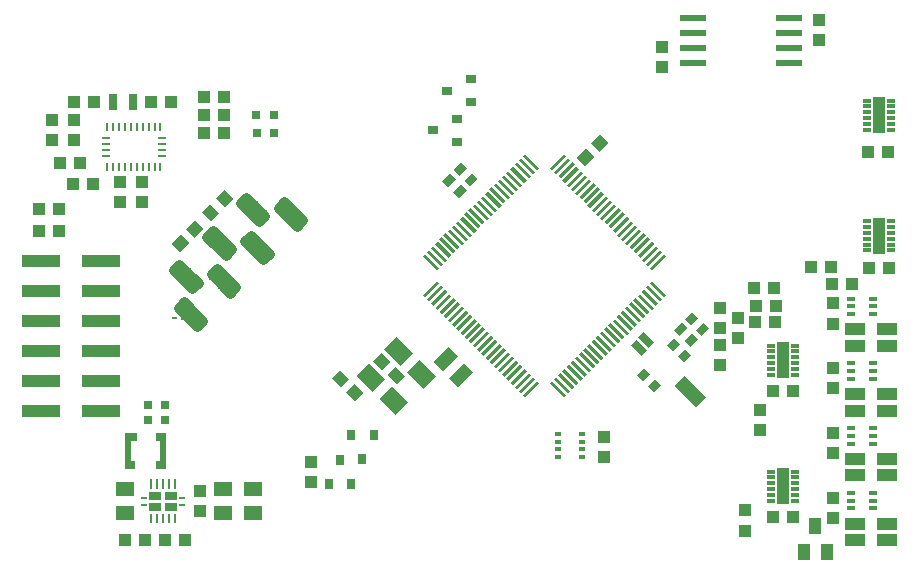
<source format=gtp>
G75*
%MOIN*%
%OFA0B0*%
%FSLAX25Y25*%
%IPPOS*%
%LPD*%
%AMOC8*
5,1,8,0,0,1.08239X$1,22.5*
%
%ADD10R,0.04331X0.03937*%
%ADD11R,0.07677X0.05906*%
%ADD12R,0.03150X0.03150*%
%ADD13R,0.02600X0.01200*%
%ADD14R,0.03900X0.12200*%
%ADD15R,0.02756X0.03543*%
%ADD16R,0.05000X0.02500*%
%ADD17R,0.10000X0.05000*%
%ADD18R,0.03937X0.04331*%
%ADD19R,0.08700X0.02400*%
%ADD20R,0.01969X0.01378*%
%ADD21R,0.01100X0.06600*%
%ADD22R,0.04331X0.07087*%
%ADD23C,0.00030*%
%ADD24R,0.00984X0.02657*%
%ADD25R,0.02657X0.00984*%
%ADD26R,0.02756X0.05512*%
%ADD27R,0.02953X0.01181*%
%ADD28R,0.06800X0.04330*%
%ADD29R,0.03937X0.05512*%
%ADD30C,0.03000*%
%ADD31C,0.00906*%
%ADD32R,0.02264X0.00984*%
%ADD33R,0.04035X0.02559*%
%ADD34R,0.00906X0.02697*%
%ADD35R,0.02165X0.06693*%
%ADD36R,0.03937X0.02756*%
%ADD37R,0.03740X0.02756*%
%ADD38R,0.06299X0.05118*%
%ADD39R,0.13000X0.04000*%
%ADD40R,0.03100X0.03500*%
%ADD41R,0.03500X0.03100*%
D10*
X0110331Y0040169D03*
X0110331Y0046861D03*
G36*
X0124942Y0067043D02*
X0121881Y0070104D01*
X0124664Y0072887D01*
X0127725Y0069826D01*
X0124942Y0067043D01*
G37*
G36*
X0120210Y0071776D02*
X0117149Y0074837D01*
X0119932Y0077620D01*
X0122993Y0074559D01*
X0120210Y0071776D01*
G37*
G36*
X0134010Y0077376D02*
X0130949Y0080437D01*
X0133732Y0083220D01*
X0136793Y0080159D01*
X0134010Y0077376D01*
G37*
G36*
X0138742Y0072643D02*
X0135681Y0075704D01*
X0138464Y0078487D01*
X0141525Y0075426D01*
X0138742Y0072643D01*
G37*
G36*
X0074220Y0124620D02*
X0071159Y0121559D01*
X0068376Y0124342D01*
X0071437Y0127403D01*
X0074220Y0124620D01*
G37*
G36*
X0069487Y0119888D02*
X0066426Y0116827D01*
X0063643Y0119610D01*
X0066704Y0122671D01*
X0069487Y0119888D01*
G37*
X0053731Y0133569D03*
X0053731Y0140261D03*
X0033092Y0146352D03*
X0026399Y0146352D03*
X0031185Y0166915D03*
X0037878Y0166915D03*
X0056985Y0166915D03*
X0063678Y0166915D03*
G36*
X0198738Y0148289D02*
X0201799Y0151350D01*
X0204582Y0148567D01*
X0201521Y0145506D01*
X0198738Y0148289D01*
G37*
G36*
X0203470Y0153022D02*
X0206531Y0156083D01*
X0209314Y0153300D01*
X0206253Y0150239D01*
X0203470Y0153022D01*
G37*
X0257985Y0104715D03*
X0264678Y0104715D03*
X0276985Y0111915D03*
X0283678Y0111915D03*
X0296291Y0111531D03*
X0302983Y0111531D03*
X0264878Y0093315D03*
X0258185Y0093315D03*
X0252531Y0094861D03*
X0252531Y0088169D03*
X0246531Y0085861D03*
X0246531Y0079169D03*
X0264185Y0070315D03*
X0270878Y0070315D03*
X0270878Y0028515D03*
X0264185Y0028515D03*
X0295769Y0150220D03*
X0302461Y0150220D03*
X0279601Y0187498D03*
X0279601Y0194191D03*
D11*
G36*
X0140034Y0078958D02*
X0134608Y0084384D01*
X0138784Y0088560D01*
X0144210Y0083134D01*
X0140034Y0078958D01*
G37*
G36*
X0147690Y0071303D02*
X0142264Y0076729D01*
X0146440Y0080905D01*
X0151866Y0075479D01*
X0147690Y0071303D01*
G37*
G36*
X0138384Y0062486D02*
X0132958Y0067912D01*
X0137134Y0072088D01*
X0142560Y0066662D01*
X0138384Y0062486D01*
G37*
G36*
X0130729Y0070142D02*
X0125303Y0075568D01*
X0129479Y0079744D01*
X0134905Y0074318D01*
X0130729Y0070142D01*
G37*
D12*
X0061684Y0065715D03*
X0061684Y0060915D03*
X0055779Y0060915D03*
X0055779Y0065715D03*
X0092084Y0156631D03*
X0091984Y0162331D03*
X0097890Y0162331D03*
X0097990Y0156631D03*
D13*
X0263531Y0085615D03*
X0263531Y0083715D03*
X0263531Y0081715D03*
X0263531Y0079715D03*
X0263531Y0077715D03*
X0263531Y0075815D03*
X0271531Y0075815D03*
X0271531Y0077715D03*
X0271531Y0079715D03*
X0271531Y0081715D03*
X0271531Y0083715D03*
X0271531Y0085615D03*
X0295615Y0117320D03*
X0295615Y0119220D03*
X0295615Y0121220D03*
X0295615Y0123220D03*
X0295615Y0125220D03*
X0295615Y0127120D03*
X0303615Y0127120D03*
X0303615Y0125220D03*
X0303615Y0123220D03*
X0303615Y0121220D03*
X0303615Y0119220D03*
X0303615Y0117320D03*
X0303615Y0157420D03*
X0303615Y0159320D03*
X0303615Y0161320D03*
X0303615Y0163320D03*
X0303615Y0165320D03*
X0303615Y0167220D03*
X0295615Y0167220D03*
X0295615Y0165320D03*
X0295615Y0163320D03*
X0295615Y0161320D03*
X0295615Y0159320D03*
X0295615Y0157420D03*
X0271531Y0043615D03*
X0271531Y0041715D03*
X0271531Y0039715D03*
X0271531Y0037715D03*
X0271531Y0035715D03*
X0271531Y0033815D03*
X0263531Y0033815D03*
X0263531Y0035715D03*
X0263531Y0037715D03*
X0263531Y0039715D03*
X0263531Y0041715D03*
X0263531Y0043615D03*
D14*
X0267531Y0038715D03*
X0267531Y0080715D03*
X0299615Y0122220D03*
X0299615Y0162320D03*
D15*
G36*
X0236782Y0092447D02*
X0234833Y0094396D01*
X0237336Y0096899D01*
X0239285Y0094950D01*
X0236782Y0092447D01*
G37*
G36*
X0233150Y0088915D02*
X0231201Y0090864D01*
X0233704Y0093367D01*
X0235653Y0091418D01*
X0233150Y0088915D01*
G37*
G36*
X0231304Y0088167D02*
X0233253Y0086218D01*
X0230750Y0083715D01*
X0228801Y0085664D01*
X0231304Y0088167D01*
G37*
G36*
X0236770Y0085296D02*
X0234821Y0087245D01*
X0237324Y0089748D01*
X0239273Y0087799D01*
X0236770Y0085296D01*
G37*
G36*
X0234924Y0084548D02*
X0236873Y0082599D01*
X0234370Y0080096D01*
X0232421Y0082045D01*
X0234924Y0084548D01*
G37*
G36*
X0240401Y0088827D02*
X0238452Y0090776D01*
X0240955Y0093279D01*
X0242904Y0091330D01*
X0240401Y0088827D01*
G37*
G36*
X0221304Y0078167D02*
X0223253Y0076218D01*
X0220750Y0073715D01*
X0218801Y0075664D01*
X0221304Y0078167D01*
G37*
G36*
X0224924Y0074548D02*
X0226873Y0072599D01*
X0224370Y0070096D01*
X0222421Y0072045D01*
X0224924Y0074548D01*
G37*
G36*
X0160124Y0139348D02*
X0162073Y0137399D01*
X0159570Y0134896D01*
X0157621Y0136845D01*
X0160124Y0139348D01*
G37*
G36*
X0163874Y0143098D02*
X0165823Y0141149D01*
X0163320Y0138646D01*
X0161371Y0140595D01*
X0163874Y0143098D01*
G37*
G36*
X0160254Y0146717D02*
X0162203Y0144768D01*
X0159700Y0142265D01*
X0157751Y0144214D01*
X0160254Y0146717D01*
G37*
G36*
X0156504Y0142967D02*
X0158453Y0141018D01*
X0155950Y0138515D01*
X0154001Y0140464D01*
X0156504Y0142967D01*
G37*
D16*
G36*
X0222896Y0084922D02*
X0219362Y0088456D01*
X0221130Y0090224D01*
X0224664Y0086690D01*
X0222896Y0084922D01*
G37*
G36*
X0220279Y0082305D02*
X0216745Y0085839D01*
X0218513Y0087607D01*
X0222047Y0084073D01*
X0220279Y0082305D01*
G37*
D17*
G36*
X0234889Y0075615D02*
X0241959Y0068545D01*
X0238423Y0065009D01*
X0231353Y0072079D01*
X0234889Y0075615D01*
G37*
D18*
X0048185Y0020715D03*
X0054878Y0020715D03*
X0061385Y0020715D03*
X0068078Y0020715D03*
X0073331Y0030369D03*
X0073331Y0037061D03*
X0026078Y0123915D03*
X0019385Y0123915D03*
X0019385Y0131115D03*
X0026078Y0131115D03*
X0030799Y0139352D03*
X0037492Y0139352D03*
X0046531Y0140261D03*
X0046531Y0133569D03*
X0031131Y0154169D03*
X0023931Y0154169D03*
X0023931Y0160861D03*
X0031131Y0160861D03*
X0074585Y0162315D03*
X0074585Y0156315D03*
X0081278Y0156315D03*
X0081278Y0162315D03*
X0081278Y0168315D03*
X0074585Y0168315D03*
G36*
X0078576Y0134820D02*
X0081359Y0137603D01*
X0084420Y0134542D01*
X0081637Y0131759D01*
X0078576Y0134820D01*
G37*
G36*
X0073843Y0130088D02*
X0076626Y0132871D01*
X0079687Y0129810D01*
X0076904Y0127027D01*
X0073843Y0130088D01*
G37*
X0207787Y0055278D03*
X0207787Y0048585D03*
X0254931Y0030661D03*
X0254931Y0023969D03*
X0284331Y0028169D03*
X0284331Y0034861D03*
X0284331Y0049769D03*
X0284331Y0056461D03*
X0284331Y0071369D03*
X0284331Y0078061D03*
X0284331Y0092969D03*
X0284331Y0099661D03*
X0283785Y0106115D03*
X0290478Y0106115D03*
X0265078Y0098715D03*
X0258385Y0098715D03*
X0246531Y0098061D03*
X0246531Y0091369D03*
X0259731Y0064261D03*
X0259731Y0057569D03*
X0227131Y0178417D03*
X0227131Y0185109D03*
D19*
X0237548Y0184750D03*
X0237548Y0179750D03*
X0237548Y0189750D03*
X0237548Y0194750D03*
X0269398Y0194750D03*
X0269398Y0189750D03*
X0269398Y0184750D03*
X0269398Y0179750D03*
D20*
X0200522Y0056170D03*
X0200522Y0053611D03*
X0200522Y0051052D03*
X0200522Y0048493D03*
X0192452Y0048493D03*
X0192452Y0051052D03*
X0192452Y0053611D03*
X0192452Y0056170D03*
D21*
G36*
X0189840Y0072975D02*
X0190618Y0073753D01*
X0195284Y0069087D01*
X0194506Y0068309D01*
X0189840Y0072975D01*
G37*
G36*
X0191184Y0074318D02*
X0191962Y0075096D01*
X0196628Y0070430D01*
X0195850Y0069652D01*
X0191184Y0074318D01*
G37*
G36*
X0192598Y0075732D02*
X0193376Y0076510D01*
X0198042Y0071844D01*
X0197264Y0071066D01*
X0192598Y0075732D01*
G37*
G36*
X0194012Y0077146D02*
X0194790Y0077924D01*
X0199456Y0073258D01*
X0198678Y0072480D01*
X0194012Y0077146D01*
G37*
G36*
X0195427Y0078561D02*
X0196205Y0079339D01*
X0200871Y0074673D01*
X0200093Y0073895D01*
X0195427Y0078561D01*
G37*
G36*
X0196770Y0079904D02*
X0197548Y0080682D01*
X0202214Y0076016D01*
X0201436Y0075238D01*
X0196770Y0079904D01*
G37*
G36*
X0198184Y0081318D02*
X0198962Y0082096D01*
X0203628Y0077430D01*
X0202850Y0076652D01*
X0198184Y0081318D01*
G37*
G36*
X0199599Y0082733D02*
X0200377Y0083511D01*
X0205043Y0078845D01*
X0204265Y0078067D01*
X0199599Y0082733D01*
G37*
G36*
X0200942Y0084076D02*
X0201720Y0084854D01*
X0206386Y0080188D01*
X0205608Y0079410D01*
X0200942Y0084076D01*
G37*
G36*
X0202356Y0085490D02*
X0203134Y0086268D01*
X0207800Y0081602D01*
X0207022Y0080824D01*
X0202356Y0085490D01*
G37*
G36*
X0203770Y0086905D02*
X0204548Y0087683D01*
X0209214Y0083017D01*
X0208436Y0082239D01*
X0203770Y0086905D01*
G37*
G36*
X0205114Y0088248D02*
X0205892Y0089026D01*
X0210558Y0084360D01*
X0209780Y0083582D01*
X0205114Y0088248D01*
G37*
G36*
X0206528Y0089662D02*
X0207306Y0090440D01*
X0211972Y0085774D01*
X0211194Y0084996D01*
X0206528Y0089662D01*
G37*
G36*
X0207942Y0091077D02*
X0208720Y0091855D01*
X0213386Y0087189D01*
X0212608Y0086411D01*
X0207942Y0091077D01*
G37*
G36*
X0209286Y0092420D02*
X0210064Y0093198D01*
X0214730Y0088532D01*
X0213952Y0087754D01*
X0209286Y0092420D01*
G37*
G36*
X0210700Y0093834D02*
X0211478Y0094612D01*
X0216144Y0089946D01*
X0215366Y0089168D01*
X0210700Y0093834D01*
G37*
G36*
X0212114Y0095248D02*
X0212892Y0096026D01*
X0217558Y0091360D01*
X0216780Y0090582D01*
X0212114Y0095248D01*
G37*
G36*
X0213458Y0096592D02*
X0214236Y0097370D01*
X0218902Y0092704D01*
X0218124Y0091926D01*
X0213458Y0096592D01*
G37*
G36*
X0214872Y0098006D02*
X0215650Y0098784D01*
X0220316Y0094118D01*
X0219538Y0093340D01*
X0214872Y0098006D01*
G37*
G36*
X0216286Y0099420D02*
X0217064Y0100198D01*
X0221730Y0095532D01*
X0220952Y0094754D01*
X0216286Y0099420D01*
G37*
G36*
X0217630Y0100764D02*
X0218408Y0101542D01*
X0223074Y0096876D01*
X0222296Y0096098D01*
X0217630Y0100764D01*
G37*
G36*
X0219044Y0102178D02*
X0219822Y0102956D01*
X0224488Y0098290D01*
X0223710Y0097512D01*
X0219044Y0102178D01*
G37*
G36*
X0220458Y0103592D02*
X0221236Y0104370D01*
X0225902Y0099704D01*
X0225124Y0098926D01*
X0220458Y0103592D01*
G37*
G36*
X0221872Y0105006D02*
X0222650Y0105784D01*
X0227316Y0101118D01*
X0226538Y0100340D01*
X0221872Y0105006D01*
G37*
G36*
X0223216Y0106350D02*
X0223994Y0107128D01*
X0228660Y0102462D01*
X0227882Y0101684D01*
X0223216Y0106350D01*
G37*
G36*
X0223994Y0110735D02*
X0223216Y0111513D01*
X0227882Y0116179D01*
X0228660Y0115401D01*
X0223994Y0110735D01*
G37*
G36*
X0222650Y0112078D02*
X0221872Y0112856D01*
X0226538Y0117522D01*
X0227316Y0116744D01*
X0222650Y0112078D01*
G37*
G36*
X0221236Y0113493D02*
X0220458Y0114271D01*
X0225124Y0118937D01*
X0225902Y0118159D01*
X0221236Y0113493D01*
G37*
G36*
X0219822Y0114907D02*
X0219044Y0115685D01*
X0223710Y0120351D01*
X0224488Y0119573D01*
X0219822Y0114907D01*
G37*
G36*
X0218408Y0116321D02*
X0217630Y0117099D01*
X0222296Y0121765D01*
X0223074Y0120987D01*
X0218408Y0116321D01*
G37*
G36*
X0217064Y0117665D02*
X0216286Y0118443D01*
X0220952Y0123109D01*
X0221730Y0122331D01*
X0217064Y0117665D01*
G37*
G36*
X0215650Y0119079D02*
X0214872Y0119857D01*
X0219538Y0124523D01*
X0220316Y0123745D01*
X0215650Y0119079D01*
G37*
G36*
X0214236Y0120493D02*
X0213458Y0121271D01*
X0218124Y0125937D01*
X0218902Y0125159D01*
X0214236Y0120493D01*
G37*
G36*
X0212892Y0121837D02*
X0212114Y0122615D01*
X0216780Y0127281D01*
X0217558Y0126503D01*
X0212892Y0121837D01*
G37*
G36*
X0211478Y0123251D02*
X0210700Y0124029D01*
X0215366Y0128695D01*
X0216144Y0127917D01*
X0211478Y0123251D01*
G37*
G36*
X0210064Y0124665D02*
X0209286Y0125443D01*
X0213952Y0130109D01*
X0214730Y0129331D01*
X0210064Y0124665D01*
G37*
G36*
X0208720Y0126008D02*
X0207942Y0126786D01*
X0212608Y0131452D01*
X0213386Y0130674D01*
X0208720Y0126008D01*
G37*
G36*
X0207306Y0127423D02*
X0206528Y0128201D01*
X0211194Y0132867D01*
X0211972Y0132089D01*
X0207306Y0127423D01*
G37*
G36*
X0205892Y0128837D02*
X0205114Y0129615D01*
X0209780Y0134281D01*
X0210558Y0133503D01*
X0205892Y0128837D01*
G37*
G36*
X0204548Y0130180D02*
X0203770Y0130958D01*
X0208436Y0135624D01*
X0209214Y0134846D01*
X0204548Y0130180D01*
G37*
G36*
X0203134Y0131595D02*
X0202356Y0132373D01*
X0207022Y0137039D01*
X0207800Y0136261D01*
X0203134Y0131595D01*
G37*
G36*
X0201720Y0133009D02*
X0200942Y0133787D01*
X0205608Y0138453D01*
X0206386Y0137675D01*
X0201720Y0133009D01*
G37*
G36*
X0200377Y0134352D02*
X0199599Y0135130D01*
X0204265Y0139796D01*
X0205043Y0139018D01*
X0200377Y0134352D01*
G37*
G36*
X0198962Y0135767D02*
X0198184Y0136545D01*
X0202850Y0141211D01*
X0203628Y0140433D01*
X0198962Y0135767D01*
G37*
G36*
X0197548Y0137181D02*
X0196770Y0137959D01*
X0201436Y0142625D01*
X0202214Y0141847D01*
X0197548Y0137181D01*
G37*
G36*
X0196205Y0138524D02*
X0195427Y0139302D01*
X0200093Y0143968D01*
X0200871Y0143190D01*
X0196205Y0138524D01*
G37*
G36*
X0194790Y0139938D02*
X0194012Y0140716D01*
X0198678Y0145382D01*
X0199456Y0144604D01*
X0194790Y0139938D01*
G37*
G36*
X0193376Y0141353D02*
X0192598Y0142131D01*
X0197264Y0146797D01*
X0198042Y0146019D01*
X0193376Y0141353D01*
G37*
G36*
X0191962Y0142767D02*
X0191184Y0143545D01*
X0195850Y0148211D01*
X0196628Y0147433D01*
X0191962Y0142767D01*
G37*
G36*
X0190618Y0144110D02*
X0189840Y0144888D01*
X0194506Y0149554D01*
X0195284Y0148776D01*
X0190618Y0144110D01*
G37*
G36*
X0180790Y0148776D02*
X0181568Y0149554D01*
X0186234Y0144888D01*
X0185456Y0144110D01*
X0180790Y0148776D01*
G37*
G36*
X0179446Y0147433D02*
X0180224Y0148211D01*
X0184890Y0143545D01*
X0184112Y0142767D01*
X0179446Y0147433D01*
G37*
G36*
X0178032Y0146019D02*
X0178810Y0146797D01*
X0183476Y0142131D01*
X0182698Y0141353D01*
X0178032Y0146019D01*
G37*
G36*
X0176618Y0144604D02*
X0177396Y0145382D01*
X0182062Y0140716D01*
X0181284Y0139938D01*
X0176618Y0144604D01*
G37*
G36*
X0175203Y0143190D02*
X0175981Y0143968D01*
X0180647Y0139302D01*
X0179869Y0138524D01*
X0175203Y0143190D01*
G37*
G36*
X0173860Y0141847D02*
X0174638Y0142625D01*
X0179304Y0137959D01*
X0178526Y0137181D01*
X0173860Y0141847D01*
G37*
G36*
X0172446Y0140433D02*
X0173224Y0141211D01*
X0177890Y0136545D01*
X0177112Y0135767D01*
X0172446Y0140433D01*
G37*
G36*
X0171031Y0139018D02*
X0171809Y0139796D01*
X0176475Y0135130D01*
X0175697Y0134352D01*
X0171031Y0139018D01*
G37*
G36*
X0169688Y0137675D02*
X0170466Y0138453D01*
X0175132Y0133787D01*
X0174354Y0133009D01*
X0169688Y0137675D01*
G37*
G36*
X0168274Y0136261D02*
X0169052Y0137039D01*
X0173718Y0132373D01*
X0172940Y0131595D01*
X0168274Y0136261D01*
G37*
G36*
X0166860Y0134846D02*
X0167638Y0135624D01*
X0172304Y0130958D01*
X0171526Y0130180D01*
X0166860Y0134846D01*
G37*
G36*
X0165516Y0133503D02*
X0166294Y0134281D01*
X0170960Y0129615D01*
X0170182Y0128837D01*
X0165516Y0133503D01*
G37*
G36*
X0164102Y0132089D02*
X0164880Y0132867D01*
X0169546Y0128201D01*
X0168768Y0127423D01*
X0164102Y0132089D01*
G37*
G36*
X0162688Y0130674D02*
X0163466Y0131452D01*
X0168132Y0126786D01*
X0167354Y0126008D01*
X0162688Y0130674D01*
G37*
G36*
X0161344Y0129331D02*
X0162122Y0130109D01*
X0166788Y0125443D01*
X0166010Y0124665D01*
X0161344Y0129331D01*
G37*
G36*
X0159930Y0127917D02*
X0160708Y0128695D01*
X0165374Y0124029D01*
X0164596Y0123251D01*
X0159930Y0127917D01*
G37*
G36*
X0158516Y0126503D02*
X0159294Y0127281D01*
X0163960Y0122615D01*
X0163182Y0121837D01*
X0158516Y0126503D01*
G37*
G36*
X0157172Y0125159D02*
X0157950Y0125937D01*
X0162616Y0121271D01*
X0161838Y0120493D01*
X0157172Y0125159D01*
G37*
G36*
X0155758Y0123745D02*
X0156536Y0124523D01*
X0161202Y0119857D01*
X0160424Y0119079D01*
X0155758Y0123745D01*
G37*
G36*
X0154344Y0122331D02*
X0155122Y0123109D01*
X0159788Y0118443D01*
X0159010Y0117665D01*
X0154344Y0122331D01*
G37*
G36*
X0153000Y0120987D02*
X0153778Y0121765D01*
X0158444Y0117099D01*
X0157666Y0116321D01*
X0153000Y0120987D01*
G37*
G36*
X0151586Y0119573D02*
X0152364Y0120351D01*
X0157030Y0115685D01*
X0156252Y0114907D01*
X0151586Y0119573D01*
G37*
G36*
X0150172Y0118159D02*
X0150950Y0118937D01*
X0155616Y0114271D01*
X0154838Y0113493D01*
X0150172Y0118159D01*
G37*
G36*
X0148758Y0116744D02*
X0149536Y0117522D01*
X0154202Y0112856D01*
X0153424Y0112078D01*
X0148758Y0116744D01*
G37*
G36*
X0147414Y0115401D02*
X0148192Y0116179D01*
X0152858Y0111513D01*
X0152080Y0110735D01*
X0147414Y0115401D01*
G37*
G36*
X0148192Y0101684D02*
X0147414Y0102462D01*
X0152080Y0107128D01*
X0152858Y0106350D01*
X0148192Y0101684D01*
G37*
G36*
X0149536Y0100340D02*
X0148758Y0101118D01*
X0153424Y0105784D01*
X0154202Y0105006D01*
X0149536Y0100340D01*
G37*
G36*
X0150950Y0098926D02*
X0150172Y0099704D01*
X0154838Y0104370D01*
X0155616Y0103592D01*
X0150950Y0098926D01*
G37*
G36*
X0152364Y0097512D02*
X0151586Y0098290D01*
X0156252Y0102956D01*
X0157030Y0102178D01*
X0152364Y0097512D01*
G37*
G36*
X0153778Y0096098D02*
X0153000Y0096876D01*
X0157666Y0101542D01*
X0158444Y0100764D01*
X0153778Y0096098D01*
G37*
G36*
X0155122Y0094754D02*
X0154344Y0095532D01*
X0159010Y0100198D01*
X0159788Y0099420D01*
X0155122Y0094754D01*
G37*
G36*
X0156536Y0093340D02*
X0155758Y0094118D01*
X0160424Y0098784D01*
X0161202Y0098006D01*
X0156536Y0093340D01*
G37*
G36*
X0157950Y0091926D02*
X0157172Y0092704D01*
X0161838Y0097370D01*
X0162616Y0096592D01*
X0157950Y0091926D01*
G37*
G36*
X0159294Y0090582D02*
X0158516Y0091360D01*
X0163182Y0096026D01*
X0163960Y0095248D01*
X0159294Y0090582D01*
G37*
G36*
X0160708Y0089168D02*
X0159930Y0089946D01*
X0164596Y0094612D01*
X0165374Y0093834D01*
X0160708Y0089168D01*
G37*
G36*
X0162122Y0087754D02*
X0161344Y0088532D01*
X0166010Y0093198D01*
X0166788Y0092420D01*
X0162122Y0087754D01*
G37*
G36*
X0163466Y0086411D02*
X0162688Y0087189D01*
X0167354Y0091855D01*
X0168132Y0091077D01*
X0163466Y0086411D01*
G37*
G36*
X0164880Y0084996D02*
X0164102Y0085774D01*
X0168768Y0090440D01*
X0169546Y0089662D01*
X0164880Y0084996D01*
G37*
G36*
X0166294Y0083582D02*
X0165516Y0084360D01*
X0170182Y0089026D01*
X0170960Y0088248D01*
X0166294Y0083582D01*
G37*
G36*
X0167638Y0082239D02*
X0166860Y0083017D01*
X0171526Y0087683D01*
X0172304Y0086905D01*
X0167638Y0082239D01*
G37*
G36*
X0169052Y0080824D02*
X0168274Y0081602D01*
X0172940Y0086268D01*
X0173718Y0085490D01*
X0169052Y0080824D01*
G37*
G36*
X0170466Y0079410D02*
X0169688Y0080188D01*
X0174354Y0084854D01*
X0175132Y0084076D01*
X0170466Y0079410D01*
G37*
G36*
X0171809Y0078067D02*
X0171031Y0078845D01*
X0175697Y0083511D01*
X0176475Y0082733D01*
X0171809Y0078067D01*
G37*
G36*
X0173224Y0076652D02*
X0172446Y0077430D01*
X0177112Y0082096D01*
X0177890Y0081318D01*
X0173224Y0076652D01*
G37*
G36*
X0174638Y0075238D02*
X0173860Y0076016D01*
X0178526Y0080682D01*
X0179304Y0079904D01*
X0174638Y0075238D01*
G37*
G36*
X0175981Y0073895D02*
X0175203Y0074673D01*
X0179869Y0079339D01*
X0180647Y0078561D01*
X0175981Y0073895D01*
G37*
G36*
X0177396Y0072480D02*
X0176618Y0073258D01*
X0181284Y0077924D01*
X0182062Y0077146D01*
X0177396Y0072480D01*
G37*
G36*
X0178810Y0071066D02*
X0178032Y0071844D01*
X0182698Y0076510D01*
X0183476Y0075732D01*
X0178810Y0071066D01*
G37*
G36*
X0180224Y0069652D02*
X0179446Y0070430D01*
X0184112Y0075096D01*
X0184890Y0074318D01*
X0180224Y0069652D01*
G37*
G36*
X0181568Y0068309D02*
X0180790Y0069087D01*
X0185456Y0073753D01*
X0186234Y0072975D01*
X0181568Y0068309D01*
G37*
D22*
G36*
X0159279Y0071879D02*
X0156217Y0074941D01*
X0161227Y0079951D01*
X0164289Y0076889D01*
X0159279Y0071879D01*
G37*
G36*
X0154047Y0077112D02*
X0150985Y0080174D01*
X0155995Y0085184D01*
X0159057Y0082122D01*
X0154047Y0077112D01*
G37*
D23*
X0070111Y0094713D02*
X0068941Y0094713D01*
X0068941Y0095283D01*
X0070111Y0095283D01*
X0070111Y0094713D01*
X0070111Y0094742D02*
X0068941Y0094742D01*
X0068941Y0094771D02*
X0070111Y0094771D01*
X0070111Y0094800D02*
X0068941Y0094800D01*
X0068941Y0094829D02*
X0070111Y0094829D01*
X0070111Y0094858D02*
X0068941Y0094858D01*
X0068941Y0094887D02*
X0070111Y0094887D01*
X0070111Y0094916D02*
X0068941Y0094916D01*
X0068941Y0094945D02*
X0070111Y0094945D01*
X0070111Y0094974D02*
X0068941Y0094974D01*
X0068941Y0095003D02*
X0070111Y0095003D01*
X0070111Y0095032D02*
X0068941Y0095032D01*
X0068941Y0095061D02*
X0070111Y0095061D01*
X0070111Y0095090D02*
X0068941Y0095090D01*
X0068941Y0095119D02*
X0070111Y0095119D01*
X0070111Y0095148D02*
X0068941Y0095148D01*
X0068941Y0095177D02*
X0070111Y0095177D01*
X0070111Y0095206D02*
X0068941Y0095206D01*
X0068941Y0095235D02*
X0070111Y0095235D01*
X0070111Y0095264D02*
X0068941Y0095264D01*
X0067311Y0095583D02*
X0067311Y0094413D01*
X0066741Y0094413D01*
X0066741Y0095583D01*
X0067311Y0095583D01*
X0067311Y0094442D02*
X0066741Y0094442D01*
X0066741Y0094471D02*
X0067311Y0094471D01*
X0067311Y0094500D02*
X0066741Y0094500D01*
X0066741Y0094529D02*
X0067311Y0094529D01*
X0067311Y0094558D02*
X0066741Y0094558D01*
X0066741Y0094587D02*
X0067311Y0094587D01*
X0067311Y0094616D02*
X0066741Y0094616D01*
X0066741Y0094645D02*
X0067311Y0094645D01*
X0067311Y0094674D02*
X0066741Y0094674D01*
X0066741Y0094703D02*
X0067311Y0094703D01*
X0067311Y0094732D02*
X0066741Y0094732D01*
X0066741Y0094761D02*
X0067311Y0094761D01*
X0067311Y0094790D02*
X0066741Y0094790D01*
X0066741Y0094819D02*
X0067311Y0094819D01*
X0067311Y0094848D02*
X0066741Y0094848D01*
X0066741Y0094877D02*
X0067311Y0094877D01*
X0067311Y0094906D02*
X0066741Y0094906D01*
X0066741Y0094935D02*
X0067311Y0094935D01*
X0067311Y0094964D02*
X0066741Y0094964D01*
X0066741Y0094993D02*
X0067311Y0094993D01*
X0067311Y0095022D02*
X0066741Y0095022D01*
X0066741Y0095051D02*
X0067311Y0095051D01*
X0067311Y0095080D02*
X0066741Y0095080D01*
X0066741Y0095109D02*
X0067311Y0095109D01*
X0067311Y0095138D02*
X0066741Y0095138D01*
X0066741Y0095167D02*
X0067311Y0095167D01*
X0067311Y0095196D02*
X0066741Y0095196D01*
X0066741Y0095225D02*
X0067311Y0095225D01*
X0067311Y0095254D02*
X0066741Y0095254D01*
X0066741Y0095283D02*
X0067311Y0095283D01*
X0067311Y0095312D02*
X0066741Y0095312D01*
X0066741Y0095341D02*
X0067311Y0095341D01*
X0067311Y0095370D02*
X0066741Y0095370D01*
X0066741Y0095399D02*
X0067311Y0095399D01*
X0067311Y0095428D02*
X0066741Y0095428D01*
X0066741Y0095457D02*
X0067311Y0095457D01*
X0067311Y0095486D02*
X0066741Y0095486D01*
X0066741Y0095515D02*
X0067311Y0095515D01*
X0067311Y0095544D02*
X0066741Y0095544D01*
X0066741Y0095573D02*
X0067311Y0095573D01*
X0065111Y0094713D02*
X0063941Y0094713D01*
X0063941Y0095283D01*
X0065111Y0095283D01*
X0065111Y0094713D01*
X0065111Y0094742D02*
X0063941Y0094742D01*
X0063941Y0094771D02*
X0065111Y0094771D01*
X0065111Y0094800D02*
X0063941Y0094800D01*
X0063941Y0094829D02*
X0065111Y0094829D01*
X0065111Y0094858D02*
X0063941Y0094858D01*
X0063941Y0094887D02*
X0065111Y0094887D01*
X0065111Y0094916D02*
X0063941Y0094916D01*
X0063941Y0094945D02*
X0065111Y0094945D01*
X0065111Y0094974D02*
X0063941Y0094974D01*
X0063941Y0095003D02*
X0065111Y0095003D01*
X0065111Y0095032D02*
X0063941Y0095032D01*
X0063941Y0095061D02*
X0065111Y0095061D01*
X0065111Y0095090D02*
X0063941Y0095090D01*
X0063941Y0095119D02*
X0065111Y0095119D01*
X0065111Y0095148D02*
X0063941Y0095148D01*
X0063941Y0095177D02*
X0065111Y0095177D01*
X0065111Y0095206D02*
X0063941Y0095206D01*
X0063941Y0095235D02*
X0065111Y0095235D01*
X0065111Y0095264D02*
X0063941Y0095264D01*
D24*
X0060004Y0145297D03*
X0058035Y0145297D03*
X0056067Y0145297D03*
X0054098Y0145297D03*
X0052130Y0145297D03*
X0050161Y0145297D03*
X0048193Y0145297D03*
X0046224Y0145297D03*
X0044256Y0145297D03*
X0042287Y0145297D03*
X0042287Y0158397D03*
X0044256Y0158397D03*
X0046224Y0158397D03*
X0048193Y0158397D03*
X0050161Y0158397D03*
X0052130Y0158397D03*
X0054098Y0158397D03*
X0056067Y0158397D03*
X0058035Y0158397D03*
X0060004Y0158397D03*
D25*
X0060447Y0154805D03*
X0060447Y0152836D03*
X0060447Y0150868D03*
X0060447Y0148899D03*
X0041844Y0148899D03*
X0041844Y0150868D03*
X0041844Y0152836D03*
X0041844Y0154805D03*
D26*
X0044099Y0166852D03*
X0050792Y0166852D03*
D27*
X0290191Y0101274D03*
X0290191Y0098715D03*
X0290191Y0096156D03*
X0297672Y0096156D03*
X0297672Y0098715D03*
X0297672Y0101274D03*
X0297672Y0079674D03*
X0297672Y0077115D03*
X0297672Y0074556D03*
X0290191Y0074556D03*
X0290191Y0077115D03*
X0290191Y0079674D03*
X0290191Y0058074D03*
X0290191Y0055515D03*
X0290191Y0052956D03*
X0297672Y0052956D03*
X0297672Y0055515D03*
X0297672Y0058074D03*
X0297672Y0036474D03*
X0297672Y0033915D03*
X0297672Y0031356D03*
X0290191Y0031356D03*
X0290191Y0033915D03*
X0290191Y0036474D03*
D28*
X0291531Y0042315D03*
X0291531Y0047825D03*
X0302361Y0047825D03*
X0302361Y0042315D03*
X0302361Y0026225D03*
X0302361Y0020715D03*
X0291531Y0020715D03*
X0291531Y0026225D03*
X0291531Y0063915D03*
X0291531Y0069425D03*
X0302361Y0069425D03*
X0302361Y0063915D03*
X0302361Y0085515D03*
X0302361Y0091025D03*
X0291531Y0091025D03*
X0291531Y0085515D03*
D29*
X0278331Y0025446D03*
X0274591Y0016784D03*
X0282072Y0016784D03*
D30*
X0107612Y0127362D02*
X0101249Y0133725D01*
X0107612Y0127362D02*
X0105491Y0125241D01*
X0099128Y0131604D01*
X0101249Y0133725D01*
X0102492Y0128240D02*
X0106734Y0128240D01*
X0103735Y0131239D02*
X0099493Y0131239D01*
X0094973Y0128865D02*
X0088610Y0135228D01*
X0094973Y0128865D02*
X0092852Y0126744D01*
X0086489Y0133107D01*
X0088610Y0135228D01*
X0089853Y0129743D02*
X0094095Y0129743D01*
X0091096Y0132742D02*
X0086854Y0132742D01*
X0077475Y0124092D02*
X0083838Y0117729D01*
X0081717Y0115608D01*
X0075354Y0121971D01*
X0077475Y0124092D01*
X0078718Y0118607D02*
X0082960Y0118607D01*
X0079961Y0121606D02*
X0075719Y0121606D01*
X0066339Y0112957D02*
X0072702Y0106594D01*
X0070581Y0104473D01*
X0064218Y0110836D01*
X0066339Y0112957D01*
X0067582Y0107472D02*
X0071824Y0107472D01*
X0068825Y0110471D02*
X0064583Y0110471D01*
X0078978Y0111454D02*
X0085341Y0105091D01*
X0083220Y0102970D01*
X0076857Y0109333D01*
X0078978Y0111454D01*
X0080221Y0105969D02*
X0084463Y0105969D01*
X0081464Y0108968D02*
X0077222Y0108968D01*
X0090114Y0122589D02*
X0096477Y0116226D01*
X0094356Y0114105D01*
X0087993Y0120468D01*
X0090114Y0122589D01*
X0091357Y0117104D02*
X0095599Y0117104D01*
X0092600Y0120103D02*
X0088358Y0120103D01*
X0067843Y0100318D02*
X0074206Y0093955D01*
X0072085Y0091834D01*
X0065722Y0098197D01*
X0067843Y0100318D01*
X0069086Y0094833D02*
X0073328Y0094833D01*
X0070329Y0097832D02*
X0066087Y0097832D01*
D31*
X0064769Y0038302D03*
X0062800Y0038302D03*
X0060831Y0038302D03*
X0058863Y0038302D03*
X0056894Y0038302D03*
X0056894Y0029128D03*
X0058863Y0029128D03*
X0060831Y0029128D03*
X0062800Y0029128D03*
X0064769Y0029128D03*
D32*
X0067180Y0032632D03*
X0067180Y0034798D03*
X0054483Y0034798D03*
X0054483Y0032632D03*
D33*
X0058223Y0031845D03*
X0058223Y0035585D03*
X0063440Y0035585D03*
X0063440Y0031845D03*
D34*
X0062800Y0027780D03*
X0064769Y0027780D03*
X0060831Y0027780D03*
X0058863Y0027780D03*
X0056894Y0027780D03*
X0056894Y0039650D03*
X0058863Y0039650D03*
X0060831Y0039650D03*
X0062800Y0039650D03*
X0064769Y0039650D03*
D35*
X0060839Y0050515D03*
X0049224Y0050515D03*
D36*
X0050110Y0055239D03*
D37*
X0060051Y0055239D03*
X0060051Y0045791D03*
X0050012Y0045791D03*
D38*
X0048331Y0037652D03*
X0048331Y0029778D03*
X0080831Y0029778D03*
X0080831Y0037652D03*
X0090831Y0037652D03*
X0090831Y0029778D03*
D39*
X0040331Y0063915D03*
X0040331Y0073915D03*
X0040331Y0083915D03*
X0040331Y0093915D03*
X0040331Y0103915D03*
X0040331Y0113915D03*
X0020331Y0113915D03*
X0020331Y0103915D03*
X0020331Y0093915D03*
X0020331Y0083915D03*
X0020331Y0073915D03*
X0020331Y0063915D03*
D40*
X0116031Y0039515D03*
X0123631Y0039515D03*
X0119831Y0047515D03*
X0127231Y0047915D03*
X0123431Y0055915D03*
X0131031Y0055915D03*
D41*
X0158731Y0153615D03*
X0158731Y0161215D03*
X0163531Y0166815D03*
X0155531Y0170615D03*
X0163531Y0174415D03*
X0150731Y0157415D03*
M02*

</source>
